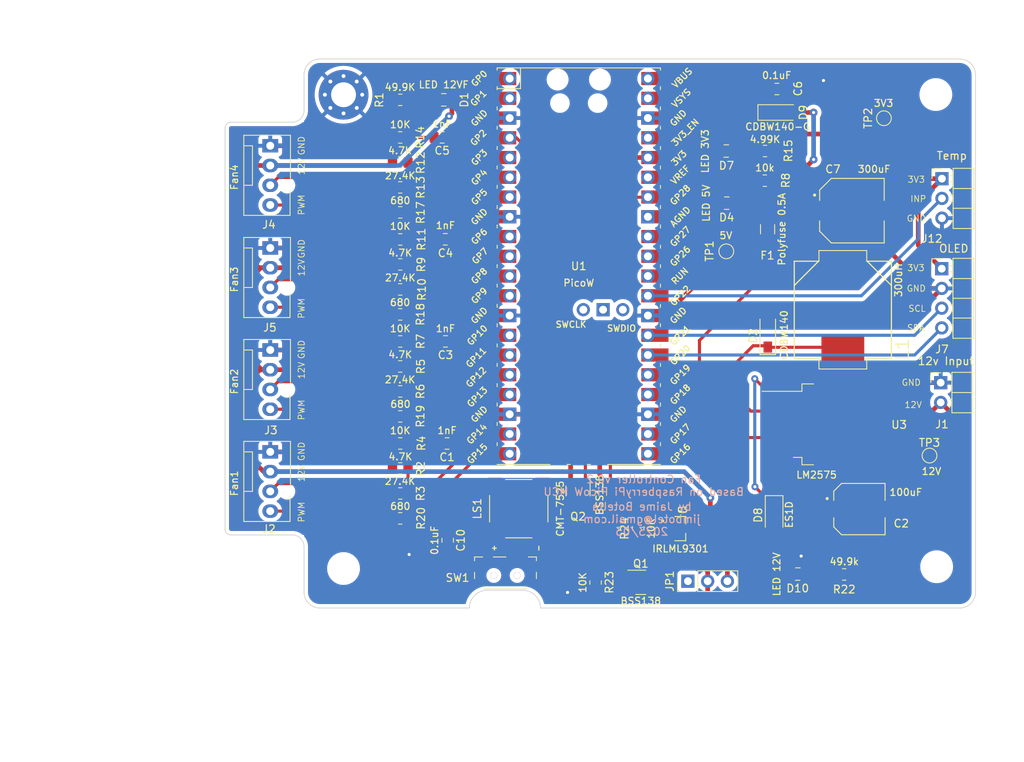
<source format=kicad_pcb>
(kicad_pcb (version 20211014) (generator pcbnew)
  (title_block (title "Raspberry pi pico w Fan Controller") (date "2022-10-31") (rev "v0.1") (company "Jaime Botella jimbotel@gmail.com"))
  (layers (0 "F.Cu" mixed) (31 "B.Cu" mixed) (34 "B.Paste" user) (35 "F.Paste" user) (36 "B.SilkS" user "B.Silkscreen") (37 "F.SilkS" user "F.Silkscreen") (38 "B.Mask" user) (39 "F.Mask" user) (44 "Edge.Cuts" user))
  (net 0 "")
  (net 3 "/TACHM1")
  (net 4 "GND")
  (net 5 "/12V")
  (net 6 "/TACHM2")
  (net 8 "/TACHM3")
  (net 10 "/TACHM4")
  (net 11 "/VSYS")
  (net 19 "/3V3")
  (net 20 "Net-(C7-Pad1)")
  (net 21 "/5V")
  (net 26 "/TACH1")
  (net 28 "/PWMO1")
  (net 30 "/TACH2")
  (net 31 "/PWMO2")
  (net 36 "/TACH4")
  (net 37 "/PWMO4")
  (net 38 "/TACH3")
  (net 39 "/PWMO3")
  (net 40 "/BUZZ")
  (net 41 "/SCL")
  (net 42 "/SDA")
  (net 43 "/RELC")
  (net 44 "Net-(C2-Pad1)")
  (net 45 "Net-(C10-Pad1)")
  (net 46 "/TEMPHUM")
  (net 47 "/PWM4")
  (net 48 "/PWM3")
  (net 49 "/PWM2")
  (net 50 "/PWM1")
  (net 51 "/12VF")
  (net 52 "Net-(D1-Pad2)")
  (net 53 "Net-(D4-Pad1)")
  (net 54 "Net-(LS1-PadN)")
  (net 55 "Net-(D2-Pad1)")
  (net 57 "Net-(Q1-Pad3)")
  (net 58 "Net-(D7-Pad2)")
  (net 59 "Net-(D10-Pad1)")
  (footprint "digikey-footprints:0805" (layer "F.Cu") (at 158.4484 52.9844)
    (fp_text reference "D7")
    (fp_text value "LED 3V3")
  )
  (footprint "Resistor_SMD:R_0805_2012Metric_Pad1.20x1.40mm_HandSolder" (layer "F.Cu") (at 116.513 97.024466)
    (fp_text reference "R3")
    (fp_text value "27.4K")
  )
  (footprint "Connector:FanPinHeader_1x04_P2.54mm_Vertical" (layer "F.Cu") (at 99.7918 65.454 -90)
    (fp_text reference "J5")
    (fp_text value "Fan3")
  )
  (footprint "MountingHole:MountingHole_3.2mm_M3" (layer "F.Cu") (at 185.4994 106.4514)
    (fp_text reference "H3" hide)
    (fp_text value "MountingHole" hide)
  )
  (footprint "Resistor_SMD:R_0805_2012Metric_Pad1.20x1.40mm_HandSolder" (layer "F.Cu") (at 163.4014 56.7944 180)
    (fp_text reference "R8")
    (fp_text value "10k")
  )
  (footprint "Resistor_SMD:R_0805_2012Metric_Pad1.20x1.40mm_HandSolder" (layer "F.Cu") (at 116.513 54.451133)
    (fp_text reference "R12")
    (fp_text value "4.7K")
  )
  (footprint "Resistor_SMD:R_0805_2012Metric_Pad1.20x1.40mm_HandSolder" (layer "F.Cu") (at 147.12 101.5238 90)
    (fp_text reference "R24")
    (fp_text value "10K")
  )
  (footprint "TestPoint:TestPoint_Pad_D1.5mm" (layer "F.Cu") (at 178.7176 48.768 -90)
    (fp_text reference "TP2")
    (fp_text value "3V3")
  )
  (footprint "digikey-footprints:0805" (layer "F.Cu") (at 167.6272 107.3912 180)
    (fp_text reference "D10")
    (fp_text value "LED 12V")
  )
  (footprint "Resistor_SMD:R_0805_2012Metric_Pad1.20x1.40mm_HandSolder" (layer "F.Cu") (at 116.513 87.1178)
    (fp_text reference "R19")
    (fp_text value "680")
  )
  (footprint "Capacitor_SMD:C_0805_2012Metric_Pad1.18x1.45mm_HandSolder" (layer "F.Cu") (at 122.3296 77.47)
    (fp_text reference "C3")
    (fp_text value "1nF")
  )
  (footprint "Resistor_SMD:R_0805_2012Metric_Pad1.20x1.40mm_HandSolder" (layer "F.Cu") (at 116.513 100.2378 180)
    (fp_text reference "R20")
    (fp_text value "680")
  )
  (footprint "Connector:FanPinHeader_1x04_P2.54mm_Vertical" (layer "F.Cu") (at 99.7918 52.3086 -90)
    (fp_text reference "J4")
    (fp_text value "Fan4")
  )
  (footprint "Resistor_SMD:R_0805_2012Metric_Pad1.20x1.40mm_HandSolder" (layer "F.Cu") (at 116.513 64.3578 180)
    (fp_text reference "R11")
    (fp_text value "10K")
  )
  (footprint "Resistor_SMD:R_0805_2012Metric_Pad1.20x1.40mm_HandSolder" (layer "F.Cu") (at 116.513 57.664466)
    (fp_text reference "R13")
    (fp_text value "27.4K")
  )
  (footprint "MountingHole:MountingHole_3.2mm_M3" (layer "F.Cu") (at 109.22 106.68)
    (fp_text reference "H2" hide)
    (fp_text value "MountingHole" hide)
  )
  (footprint "Package_TO_SOT_SMD:SOT-23" (layer "F.Cu") (at 147.4502 108.458)
    (fp_text reference "Q1")
    (fp_text value "BSS138")
  )
  (footprint "footprints descargados:EG1257" (layer "F.Cu") (at 130.046601 107.8738)
    (fp_text reference "SW1")
    (fp_text value "EG1257" hide)
  )
  (footprint "digikey-footprints:0805" (layer "F.Cu") (at 158.4992 59.69 180)
    (fp_text reference "D4")
    (fp_text value "LED 5V")
  )
  (footprint "Diode_SMD:D_SOD-123F" (layer "F.Cu") (at 165.0524 48.0314)
    (fp_text reference "D9")
    (fp_text value "CDBW140-G")
  )
  (footprint "Package_TO_SOT_SMD:SOT-23" (layer "F.Cu") (at 139.373 96.6978 -90)
    (fp_text reference "Q2")
    (fp_text value "BSS138")
  )
  (footprint "footprints descargados:IRLML9301TRPBF.SOT95P237X112-3N" (layer "F.Cu") (at 152.5302 101.5492)
    (fp_text reference "Q3")
    (fp_text value "IRLML9301")
  )
  (footprint "Diode_SMD:D_1206_3216Metric_Pad1.42x1.75mm_HandSolder" (layer "F.Cu") (at 164.5952 99.7712 -90)
    (fp_text reference "D8")
    (fp_text value "ES1D")
  )
  (footprint "Package_TO_SOT_SMD:TO-263-5_TabPin3" (layer "F.Cu") (at 171.123 88.138)
    (fp_text reference "U3")
    (fp_text value "LM2575")
  )
  (footprint "Resistor_SMD:R_0805_2012Metric_Pad1.20x1.40mm_HandSolder" (layer "F.Cu") (at 116.513 93.811133)
    (fp_text reference "R2")
    (fp_text value "4.7K")
  )
  (footprint "TestPoint:TestPoint_Pad_D1.5mm" (layer "F.Cu") (at 184.585 92.1512)
    (fp_text reference "TP3")
    (fp_text value "12V")
  )
  (footprint "footprints descargados:XDCR_CMT-7525-80-SMT-TR" (layer "F.Cu") (at 131.753 98.9838 90)
    (fp_text reference "LS1")
    (fp_text value "CMT-7525")
  )
  (footprint "Resistor_SMD:R_0805_2012Metric_Pad1.20x1.40mm_HandSolder" (layer "F.Cu") (at 116.513 90.5978 180)
    (fp_text reference "R4")
    (fp_text value "10K")
  )
  (footprint "Connector_PinHeader_2.54mm:PinHeader_1x03_P2.54mm_Vertical" (layer "F.Cu") (at 153.5104 108.3056 90)
    (fp_text reference "JP1")
    (fp_text value "Jumper_3_Bridged12" hide)
  )
  (footprint "Resistor_SMD:R_0805_2012Metric_Pad1.20x1.40mm_HandSolder" (layer "F.Cu") (at 141.6336 108.4834 -90)
    (fp_text reference "R23")
    (fp_text value "10K")
  )
  (footprint "Resistor_SMD:R_0805_2012Metric_Pad1.20x1.40mm_HandSolder" (layer "F.Cu") (at 116.513 70.784466)
    (fp_text reference "R10")
    (fp_text value "27.4K")
  )
  (footprint "Resistor_SMD:R_0805_2012Metric_Pad1.20x1.40mm_HandSolder" (layer "F.Cu") (at 173.6122 107.442 180)
    (fp_text reference "R22")
    (fp_text value "49.9k")
  )
  (footprint "Connector_PinHeader_2.54mm:PinHeader_1x04_P2.54mm_Horizontal" (layer "F.Cu") (at 186.1564 68.1174)
    (fp_text reference "J7")
    (fp_text value "OLED")
  )
  (footprint "footprints descargados:CAP_EEEHA1V101XP" (layer "F.Cu") (at 175.568 99.0346)
    (fp_text reference "C2")
    (fp_text value "100uF")
  )
  (footprint "Capacitor_SMD:C_0805_2012Metric_Pad1.18x1.45mm_HandSolder" (layer "F.Cu") (at 164.9547 45.0088)
    (fp_text reference "C6")
    (fp_text value "0.1uF")
  )
  (footprint "Connector:FanPinHeader_1x04_P2.54mm_Vertical" (layer "F.Cu") (at 99.7918 78.574 -90)
    (fp_text reference "J3")
    (fp_text value "Fan2")
  )
  (footprint "Capacitor_SMD:C_0805_2012Metric_Pad1.18x1.45mm_HandSolder" (layer "F.Cu") (at 121.8978 51.2318)
    (fp_text reference "C5")
    (fp_text value "1nF")
  )
  (footprint "MountingHole:MountingHole_3.2mm_M3_Pad_Via" (layer "F.Cu") (at 109.22 45.7454)
    (fp_text reference "H4" hide)
    (fp_text value "MountingHole_Pad" hide)
  )
  (footprint "MountingHole:MountingHole_3.2mm_M3" (layer "F.Cu") (at 185.3978 45.72)
    (fp_text reference "H1" hide)
    (fp_text value "MountingHole" hide)
  )
  (footprint "Resistor_SMD:R_0805_2012Metric_Pad1.20x1.40mm_HandSolder" (layer "F.Cu") (at 116.513 46.4058 180)
    (fp_text reference "R1")
    (fp_text value "49.9K")
  )
  (footprint "Resistor_SMD:R_0805_2012Metric_Pad1.20x1.40mm_HandSolder" (layer "F.Cu") (at 116.513 51.2378 180)
    (fp_text reference "R14")
    (fp_text value "10K")
  )
  (footprint "Resistor_SMD:R_0805_2012Metric_Pad1.20x1.40mm_HandSolder" (layer "F.Cu") (at 163.4268 52.9844)
    (fp_text reference "R15")
    (fp_text value "4.99K")
  )
  (footprint "Resistor_SMD:R_0805_2012Metric_Pad1.20x1.40mm_HandSolder" (layer "F.Cu") (at 116.513 60.8778)
    (fp_text reference "R17")
    (fp_text value "680")
  )
  (footprint "Resistor_SMD:R_0805_2012Metric_Pad1.20x1.40mm_HandSolder" (layer "F.Cu") (at 116.513 67.571133)
    (fp_text reference "R9")
    (fp_text value "4.7K")
  )
  (footprint "digikey-footprints:0805" (layer "F.Cu") (at 122.101 46.4058 180)
    (fp_text reference "D1")
    (fp_text value "LED 12VF")
  )
  (footprint "Resistor_SMD:R_0805_2012Metric_Pad1.20x1.40mm_HandSolder" (layer "F.Cu") (at 116.513 73.9978)
    (fp_text reference "R18")
    (fp_text value "680")
  )
  (footprint "Resistor_SMD:R_0805_2012Metric_Pad1.20x1.40mm_HandSolder" (layer "F.Cu") (at 116.513 83.904466)
    (fp_text reference "R6")
    (fp_text value "27.4K")
  )
  (footprint "Resistor_SMD:R_0805_2012Metric_Pad1.20x1.40mm_HandSolder" (layer "F.Cu") (at 116.513 80.691133)
    (fp_text reference "R5")
    (fp_text value "4.7K")
  )
  (footprint "RPi_Pico:RPi_PicoW_SMD_TH" (layer "F.Cu") (at 139.4746 67.7926)
    (fp_text reference "U1")
    (fp_text value "PicoW")
  )
  (footprint "Connector_PinHeader_2.54mm:PinHeader_1x03_P2.54mm_Horizontal" (layer "F.Cu") (at 186.182 56.54)
    (fp_text reference "J12")
    (fp_text value "Temp")
  )
  (footprint "Capacitor_SMD:C_0805_2012Metric_Pad1.18x1.45mm_HandSolder" (layer "F.Cu") (at 122.609 103.0478 -90)
    (fp_text reference "C10")
    (fp_text value "0.1uF")
  )
  (footprint "Connector_PinHeader_2.54mm:PinHeader_1x02_P2.54mm_Horizontal" (layer "F.Cu") (at 186.02 82.7786)
    (fp_text reference "J1")
    (fp_text value "12v Input")
  )
  (footprint "Resistor_SMD:R_0805_2012Metric_Pad1.20x1.40mm_HandSolder" (layer "F.Cu") (at 116.513 77.4778 180)
    (fp_text reference "R7")
    (fp_text value "10K")
  )
  (footprint "Capacitor_SMD:C_0805_2012Metric_Pad1.18x1.45mm_HandSolder" (layer "F.Cu") (at 122.5328 90.6018)
    (fp_text reference "C1")
    (fp_text value "1nF")
  )
  (footprint "Connector:FanPinHeader_1x04_P2.54mm_Vertical" (layer "F.Cu") (at 99.7918 91.6786 -90)
    (fp_text reference "J2")
    (fp_text value "Fan1")
  )
  (footprint "footprints descargados:DR127-331_INDM125125X800N" (layer "F.Cu") (at 173.4344 73.406 -90)
    (fp_text reference "L1")
    (fp_text value "300uH")
  )
  (footprint "TestPoint:TestPoint_Pad_D1.5mm" (layer "F.Cu") (at 158.4484 65.8876 -90)
    (fp_text reference "TP1")
    (fp_text value "5V")
  )
  (footprint "footprints descargados:CAP_EEEFT1V331AP" (layer "F.Cu") (at 174.6028 60.6552)
    (fp_text reference "C7")
    (fp_text value "300uF")
  )
  (footprint "Fuse:Fuse_1206_3216Metric_Pad1.42x1.75mm_HandSolder" (layer "F.Cu") (at 163.757 63.0428 90)
    (fp_text reference "F1")
    (fp_text value "Polyfuse 0.5A")
  )
  (footprint "Capacitor_SMD:C_0805_2012Metric_Pad1.18x1.45mm_HandSolder" (layer "F.Cu") (at 122.3042 64.3382)
    (fp_text reference "C4")
    (fp_text value "1nF")
  )
  (footprint "Diode_SMD:D_SOD-123F" (layer "F.Cu") (at 163.7824 76.6318 90)
    (fp_text reference "D2")
    (fp_text value "CDBW140")
  )
  (gr_line (start 134.547 111.76) (end 188.468 111.76) (layer "Edge.Cuts") (width 0.1))
  (gr_line (start 93.980158 101.6) (end 93.98 50.038) (layer "Edge.Cuts") (width 0.1))
  (gr_line (start 125.403 111.76) (end 106.172 111.76) (layer "Edge.Cuts") (width 0.1))
  (gr_line (start 127.689 109.474) (end 132.261 109.474) (layer "Edge.Cuts") (width 0.1))
  (gr_arc (start 102.616 102.362) (mid 103.693631 102.808369) (end 104.14 103.886) (layer "Edge.Cuts") (width 0.1))
  (gr_arc (start 104.14 43.18) (mid 104.735159 41.743159) (end 106.172 41.148) (layer "Edge.Cuts") (width 0.1))
  (gr_arc (start 132.261 109.474) (mid 133.877446 110.143554) (end 134.547 111.76) (layer "Edge.Cuts") (width 0.1))
  (gr_arc (start 104.14 47.752) (mid 103.693631 48.829631) (end 102.616 49.276) (layer "Edge.Cuts") (width 0.1))
  (gr_line (start 104.14 103.886) (end 104.14 109.728) (layer "Edge.Cuts") (width 0.1))
  (gr_line (start 190.5 109.728) (end 190.5 43.18) (layer "Edge.Cuts") (width 0.1))
  (gr_arc (start 93.98 50.038) (mid 94.203231 49.499073) (end 94.742158 49.275842) (layer "Edge.Cuts") (width 0.1))
  (gr_line (start 94.742158 102.362) (end 102.616 102.362) (layer "Edge.Cuts") (width 0.1))
  (gr_arc (start 106.172 111.76) (mid 104.735159 111.164841) (end 104.14 109.728) (layer "Edge.Cuts") (width 0.1))
  (gr_arc (start 190.5 109.728) (mid 189.904841 111.164841) (end 188.468 111.76) (layer "Edge.Cuts") (width 0.1))
  (gr_arc (start 125.403 111.76) (mid 126.072554 110.143554) (end 127.689 109.474) (layer "Edge.Cuts") (width 0.1))
  (gr_line (start 102.616 49.276) (end 94.742158 49.275842) (layer "Edge.Cuts") (width 0.1))
  (gr_line (start 104.14 43.18) (end 104.14 47.752) (layer "Edge.Cuts") (width 0.1))
  (gr_line (start 188.468 41.148) (end 106.172 41.148) (layer "Edge.Cuts") (width 0.1))
  (gr_arc (start 188.468 41.148) (mid 189.904841 41.743159) (end 190.5 43.18) (layer "Edge.Cuts") (width 0.1))
  (gr_arc (start 94.742158 102.362) (mid 94.203343 102.138815) (end 93.980158 101.6) (layer "Edge.Cuts") (width 0.1))
  (gr_text "by Jaime Botella\njimbotel@gmail.com\n2023/03" (at 147.574 100.33) (layer "B.SilkS") (effects (font (size 1 1)) (justify mirror)))
  (gr_text "Fan Controller v0.2\nBased on RaspberryPi PicoW MCU\n" (at 147.828 96.012) (layer "B.SilkS") (effects (font (size 1 1)) (justify mirror)))
  (gr_text "GND" (at 182.8798 70.6574) (layer "F.SilkS") (effects (font (size 0.8 0.8) (thickness 0.1))))
  (gr_text "PWM" (at 103.8098 86.2838 90) (layer "F.SilkS") (effects (font (size 0.8 0.8) (thickness 0.1))))
  (gr_text "GND" (at 103.8098 52.2986 90) (layer "F.SilkS") (effects (font (size 0.8 0.8) (thickness 0.1))))
  (gr_text "INP" (at 183.134 59.1412) (layer "F.SilkS") (effects (font (size 0.8 0.8) (thickness 0.1))))
  (gr_text "SCL" (at 182.9814 73.2482) (layer "F.SilkS") (effects (font (size 0.8 0.8) (thickness 0.1))))
  (gr_text "GND" (at 103.8098 65.5574 90) (layer "F.SilkS") (effects (font (size 0.8 0.8) (thickness 0.1))))
  (gr_text "PWM" (at 103.8098 99.4156 90) (layer "F.SilkS") (effects (font (size 0.8 0.8) (thickness 0.1))))
  (gr_text "12V" (at 103.8098 54.9656 90) (layer "F.SilkS") (effects (font (size 0.8 0.8) (thickness 0.1))))
  (gr_text "GND" (at 103.8098 91.6178 90) (layer "F.SilkS") (effects (font (size 0.8 0.8) (thickness 0.1))))
  (gr_text "GND" (at 103.8098 78.5114 90) (layer "F.SilkS") (effects (font (size 0.8 0.8) (thickness 0.1))))
  (gr_text "GND" (at 182.88 61.6558) (layer "F.SilkS") (effects (font (size 0.8 0.8) (thickness 0.1))))
  (gr_text "PWM" (at 103.8098 73.2282 90) (layer "F.SilkS") (effects (font (size 0.8 0.8) (thickness 0.1))))
  (gr_text "GND" (at 182.2354 82.7582) (layer "F.SilkS") (effects (font (size 0.8 0.8) (thickness 0.1))))
  (gr_text "12V" (at 103.8098 67.9958 90) (layer "F.SilkS") (effects (font (size 0.8 0.8) (thickness 0.1))))
  (gr_text "12V" (at 103.8098 94.4372 90) (layer "F.SilkS") (effects (font (size 0.8 0.8) (thickness 0.1))))
  (gr_text "12V" (at 182.4894 85.6284) (layer "F.SilkS") (effects (font (size 0.8 0.8) (thickness 0.1))))
  (gr_text "3V3" (at 182.829 68.0158) (layer "F.SilkS") (effects (font (size 0.8 0.8) (thickness 0.1))))
  (gr_text "PWM" (at 103.8098 59.9186 90) (layer "F.SilkS") (effects (font (size 0.8 0.8) (thickness 0.1))))
  (gr_text "3V3" (at 182.88 56.642) (layer "F.SilkS") (effects (font (size 0.8 0.8) (thickness 0.1))))
  (gr_text "12V" (at 103.8098 81.2038 90) (layer "F.SilkS") (effects (font (size 0.8 0.8) (thickness 0.1))))
  (gr_text "SDA" (at 182.829 75.7374) (layer "F.SilkS") (effects (font (size 0.8 0.8) (thickness 0.1))))
  (segment (start 127.2318 89.3572) (end 127.2572 89.3826) (width 0.4) (layer "F.Cu") (net 3))
  (segment (start 117.513 97.024466) (end 119.564534 97.024466) (width 0.4) (layer "F.Cu") (net 3))
  (segment (start 117.513 90.5978) (end 121.4913 90.5978) (width 0.4) (layer "F.Cu") (net 3))
  (segment (start 121.4913 90.5978) (end 121.4953 90.6018) (width 0.4) (layer "F.Cu") (net 3))
  (segment (start 123.3241 92.4306) (end 124.1584 92.4306) (width 0.4) (layer "F.Cu") (net 3))
  (segment (start 121.4953 90.6018) (end 123.3241 92.4306) (width 0.4) (layer "F.Cu") (net 3))
  (segment (start 119.564534 97.024466) (end 124.1584 92.4306) (width 0.4) (layer "F.Cu") (net 3))
  (segment (start 124.1584 92.4306) (end 127.2318 89.3572) (width 0.4) (layer "F.Cu") (net 3))
  (segment (start 127.2572 89.3826) (end 130.5846 89.3826) (width 0.4) (layer "F.Cu") (net 3))
  (segment (start 184.1954 70.6574) (end 178.1528 64.6148) (width 0.6) (layer "F.Cu") (net 4))
  (segment (start 150.5246 74.1426) (end 155.0956 69.5716) (width 0.6) (layer "F.Cu") (net 4))
  (segment (start 114.4422 52.3086) (end 115.513 51.2378) (width 0.6) (layer "F.Cu") (net 4))
  (segment (start 123.3671 77.47) (end 126.6945 74.1426) (width 0.6) (layer "F.Cu") (net 4))
  (segment (start 115.513 48.8282) (end 115.513 46.4058) (width 0.6) (layer "F.Cu") (net 4))
  (segment (start 157.4492 58.835) (end 161.3694 54.9148) (width 0.6) (layer "F.Cu") (net 4))
  (segment (start 186.1564 70.6574) (end 184.1954 70.6574) (width 0.6) (layer "F.Cu") (net 4))
  (segment (start 126.3608 104.0853) (end 127.7966 105.5211) (width 0.6) (layer "F.Cu") (net 4))
  (segment (start 123.3417 64.3382) (end 126.2373 61.4426) (width 0.6) (layer "F.Cu") (net 4))
  (segment (start 122.609 104.0853) (end 126.3608 104.0853) (width 0.6) (layer "F.Cu") (net 4))
  (segment (start 99.7918 91.6786) (end 114.4322 91.6786) (width 0.6) (layer "F.Cu") (net 4))
  (segment (start 171.098 91.538) (end 174.498 88.138) (width 0.6) (layer "F.Cu") (net 4))
  (segment (start 122.609 104.0853) (end 118.4473 104.0853) (width 0.6) (layer "F.Cu") (net 4))
  (segment (start 179.8574 82.7786) (end 174.498 88.138) (width 0.6) (layer "F.Cu") (net 4))
  (segment (start 157.4492 59.69) (end 157.4492 58.835) (width 0.6) (layer "F.Cu") (net 4))
  (segment (start 138.2968 109.4834) (end 138.0268 109.7534) (width 0.6) (layer "F.Cu") (net 4))
  (segment (start 122.9353 51.2318) (end 125.2506 48.9165) (width 0.6) (layer "F.Cu") (net 4))
  (segment (start 114.4168 78.574) (end 115.513 77.4778) (width 0.6) (layer "F.Cu") (net 4))
  (segment (start 99.7918 78.574) (end 114.4168 78.574) (width 0.6) (layer "F.Cu") (net 4))
  (segment (start 164.4268 53.483) (end 164.4268 52.9844) (width 0.6) (layer "F.Cu") (net 4))
  (segment (start 115.513 51.2378) (end 115.513 48.8282) (width 0.6) (layer "F.Cu") (net 4))
  (segment (start 166.5772 107.3912) (end 166.5772 106.5776) (width 0.6) (layer "F.Cu") (net 4))
  (segment (start 162.995 54.9148) (end 164.4268 53.483) (width 0.6) (layer "F.Cu") (net 4))
  (segment (start 114.4168 65.454) (end 115.513 64.3578) (width 0.6) (layer "F.Cu") (net 4))
  (segment (start 178.068 99.0346) (end 178.068 91.708) (width 0.6) (layer "F.Cu") (net 4))
  (segment (start 125.3522 48.7426) (end 130.5846 48.7426) (width 0.6) (layer "F.Cu") (net 4))
  (segment (start 167.0844 43.9166) (end 170.9452 43.9166) (width 0.6) (layer "F.Cu") (net 4))
  (segment (start 165.348 91.538) (end 171.098 91.538) (width 0.6) (layer "F.Cu") (net 4))
  (segment (start 165.9922 45.0088) (end 167.0844 43.9166) (width 0.6) (layer "F.Cu") (net 4))
  (segment (start 141.6336 109.4834) (end 146.4373 109.4834) (width 0.6) (layer "F.Cu") (net 4))
  (segment (start 165.348 88.138) (end 174.498 88.138) (width 0.6) (layer "F.Cu") (net 4))
  (segment (start 141.6336 109.4834) (end 138.2968 109.4834) (width 0.6) (layer "F.Cu") (net 4))
  (segment (start 161.3694 54.9148) (end 162.995 54.9148) (width 0.6) (layer "F.Cu") (net 4))
  (segment (start 132.5912 86.8426) (end 130.5846 86.8426) (width 0.6) (layer "F.Cu") (net 4))
  (segment (start 126.2373 61.4426) (end 130.5846 61.4426) (width 0.6) (layer "F.Cu") (net 4))
  (segment (start 123.5703 90.6018) (end 127.3295 86.8426) (width 0.6) (layer "F.Cu") (net 4))
  (segment (start 138.423 92.6744) (end 132.5912 86.8426) (width 0.6) (layer "F.Cu") (net 4))
  (segment (start 166.5772 106.5776) (end 168.075 105.0798) (width 0.6) (layer "F.Cu") (net 4))
  (segment (start 146.4373 109.4834) (end 146.5127 109.408) (width 0.6) (layer "F.Cu") (net 4))
  (segment (start 148.3646 74.1426) (end 150.5246 74.1426) (width 0.6) (layer "F.Cu") (net 4))
  (segment (start 163.7824 75.0638) (end 181.75 75.0638) (width 0.6) (layer "F.Cu") (net 4))
  (segment (start 155.0956 69.5716) (end 155.0956 62.0436) (width 0.6) (layer "F.Cu") (net 4))
  (segment (start 118.4473 104.0853) (end 117.656 104.8766) (width 0.6) (layer "F.Cu") (net 4))
  (segment (start 126.6945 74.1426) (end 130.5846 74.1426) (width 0.6) (layer "F.Cu") (net 4))
  (segment (start 114.4322 91.6786) (end 115.513 90.5978) (width 0.6) (layer "F.Cu") (net 4))
  (segment (start 155.0956 62.0436) (end 157.4492 59.69) (width 0.6) (layer "F.Cu") (net 4))
  (segment (start 125.2506 48.8442) (end 125.3522 48.7426) (width 0.6) (layer "F.Cu") (net 4))
  (segment (start 178.1528 64.6148) (end 178.1528 60.6552) (width 0.6) (layer "F.Cu") (net 4))
  (segment (start 186.02 82.7786) (end 179.8574 82.7786) (width 0.6) (layer "F.Cu") (net 4))
  (segment (start 127.3295 86.8426) (end 130.5846 86.8426) (width 0.6) (layer "F.Cu") (net 4))
  (segment (start 181.75 75.0638) (end 186.1564 70.6574) (width 0.6) (layer "F.Cu") (net 4))
  (segment (start 178.068 91.708) (end 174.498 88.138) (width 0.6) (layer "F.Cu") (net 4))
  (segment (start 125.2506 48.9165) (end 125.2506 48.8442) (width 0.6) (layer "F.Cu") (net 4))
  (segment (start 99.7918 65.454) (end 114.4168 65.454) (width 0.6) (layer "F.Cu") (net 4))
  (segment (start 138.423 95.7603) (end 138.423 92.6744) (width 0.6) (layer "F.Cu") (net 4))
  (segment (start 99.7918 52.3086) (end 114.4422 52.3086) (width 0.6) (layer "F.Cu") (net 4))
  (via (at 138.0268 109.7534) (size 1) (drill 0.4) (layers "F.Cu" "B.Cu") (net 4))
  (via (at 117.656 104.8766) (size 1) (drill 0.4) (layers "F.Cu" "B.Cu") (net 4))
  (via (at 170.9452 43.9166) (size 1) (drill 0.4) (layers "F.Cu" "B.Cu") (net 4))
  (via (at 168.075 105.0798) (size 1) (drill 0.4) (layers "F.Cu" "B.Cu") (net 4))
  (segment (start 156.6958 110.5916) (end 160.3534 110.5916) (width 0.6) (layer "F.Cu") (net 5))
  (segment (start 187.379 86.6776) (end 186.02 85.3186) (width 0.6) (layer "F.Cu") (net 5))
  (segment (start 156.0504 109.9462) (end 156.6958 110.5916) (width 0.6) (layer "F.Cu") (net 5))
  (segment (start 184.585 92.1512) (end 184.585 86.7536) (width 0.6) (layer "F.Cu") (net 5))
  (segment (start 164.5952 106.3498) (end 164.5952 101.2587) (width 0.6) (layer "F.Cu") (net 5))
  (segment (start 168.430982 101.2587) (end 174.6122 107.439918) (width 0.6) (layer "F.Cu") (net 5))
  (segment (start 147.12 102.5238) (end 151.4806 102.5238) (width 0.6) (layer "F.Cu") (net 5))
  (segment (start 174.6122 107.439918) (end 174.6122 107.442) (width 0.6) (layer "F.Cu") (net 5))
  (segment (start 164.5952 101.2587) (end 168.430982 101.2587) (width 0.6) (layer "F.Cu") (net 5))
  (segment (start 156.0504 108.3056) (end 156.0504 109.9462) (width 0.6) (layer "F.Cu") (net 5))
  (segment (start 151.4806 102.5238) (end 151.5052 102.4992) (width 0.6) (layer "F.Cu") (net 5))
  (segment (start 156.0504 107.0444) (end 156.0504 108.3056) (width 0.6) (layer "F.Cu") (net 5))
  (segment (start 178.6668 107.442) (end 187.379 98.7298) (width 0.6) (layer "F.Cu") (net 5))
  (segment (start 151.5052 102.4992) (end 156.0504 107.0444) (width 0.6) (layer "F.Cu") (net 5))
  (segment (start 174.6122 107.442) (end 178.6668 107.442) (width 0.6) (layer "F.Cu") (net 5))
  (segment (start 187.379 98.7298) (end 187.379 86.6776) (width 0.6) (layer "F.Cu") (net 5))
  (segment (start 184.585 86.7536) (end 186.02 85.3186) (width 0.6) (layer "F.Cu") (net 5))
  (segment (start 160.3534 110.5916) (end 164.5952 106.3498) (width 0.6) (layer "F.Cu") (net 5))
  (segment (start 121.2921 77.47) (end 123.0447 79.2226) (width 0.4) (layer "F.Cu") (net 6))
  (segment (start 121.2843 77.4778) (end 121.2921 77.47) (width 0.4) (layer "F.Cu") (net 6))
  (segment (start 123.0447 79.2226) (end 125.8856 79.2226) (width 0.4) (layer "F.Cu") (net 6))
  (segment (start 117.513 77.4778) (end 121.2843 77.4778) (width 0.4) (layer "F.Cu") (net 6))
  (segment (start 117.513 83.904466) (end 121.203734 83.904466) (width 0.4) (layer "F.Cu") (net 6))
  (segment (start 125.8856 79.2226) (end 130.5846 79.2226) (width 0.4) (layer "F.Cu") (net 6))
  (segment (start 121.203734 83.904466) (end 125.8856 79.2226) (width 0.4) (layer "F.Cu") (net 6))
  (segment (start 123.9552 66.5226) (end 130.5846 66.5226) (width 0.4) (layer "F.Cu") (net 8))
  (segment (start 121.2667 64.3382) (end 121.2667 65.4343) (width 0.4) (layer "F.Cu") (net 8))
  (segment (start 121.2471 64.3578) (end 121.2667 64.3382) (width 0.4) (layer "F.Cu") (net 8))
  (segment (start 117.513 64.3578) (end 121.2471 64.3578) (width 0.4) (layer "F.Cu") (net 8))
  (segment (start 122.355 66.5226) (end 123.9552 66.5226) (width 0.4) (layer "F.Cu") (net 8))
  (segment (start 119.693334 70.784466) (end 123.9552 66.5226) (width 0.4) (layer "F.Cu") (net 8))
  (segment (start 121.2667 65.4343) (end 122.355 66.5226) (width 0.4) (layer "F.Cu") (net 8))
  (segment (start 117.513 70.784466) (end 119.693334 70.784466) (width 0.4) (layer "F.Cu") (net 8))
  (segment (start 120.8603 51.2318) (end 120.8603 52.4803) (width 0.4) (layer "F.Cu") (net 10))
  (segment (start 120.8603 52.4803) (end 122.2026 53.8226) (width 0.4) (layer "F.Cu") (net 10))
  (segment (start 119.910134 57.664466) (end 123.752 53.8226) (width 0.4) (layer "F.Cu") (net 10))
  (segment (start 122.2026 53.8226) (end 123.752 53.8226) (width 0.4) (layer "F.Cu") (net 10))
  (segment (start 123.752 53.8226) (end 130.5846 53.8226) (width 0.4) (layer "F.Cu") (net 10))
  (segment (start 117.513 57.664466) (end 119.910134 57.664466) (width 0.4) (layer "F.Cu") (net 10))
  (segment (start 117.513 51.2378) (end 120.8543 51.2378) (width 0.4) (layer "F.Cu") (net 10))
  (segment (start 162.7234 46.2026) (end 148.3646 46.2026) (width 0.6) (layer "F.Cu") (net 11))
  (segment (start 163.6524 48.0314) (end 163.6524 45.2736) (width 0.6) (layer "F.Cu") (net 11))
  (segment (start 163.6524 45.2736) (end 163.9172 45.0088) (width 0.6) (layer "F.Cu") (net 11))
  (segment (start 163.9172 45.0088) (end 162.7234 46.2026) (width 0.6) (layer "F.Cu") (net 11))
  (segment (start 157.3984 52.9844) (end 154.359 52.9844) (width 0.6) (layer "F.Cu") (net 19))
  (segment (start 142.167 99.7712) (end 142.167 91.8718) (width 0.6) (layer "F.Cu") (net 19))
  (segment (start 142.0654 53.8226) (end 148.3646 53.8226) (width 0.6) (layer "F.Cu") (net 19))
  (segment (start 142.167 91.8718) (end 134.6994 84.4042) (width 0.6) (layer "F.Cu") (net 19))
  (segment (start 178.7176 50.8) (end 159.5828 50.8) (width 0.6) (layer "F.Cu") (net 19))
  (segment (start 136.523499 105.414701) (end 142.167 99.7712) (width 0.6) (layer "F.Cu") (net 19))
  (segment (start 154.359 52.9844) (end 153.5208 53.8226) (width 0.6) (layer "F.Cu") (net 19))
  (segment (start 132.296602 105.5211) (end 132.403001 105.414701) (width 0.6) (layer "F.Cu") (net 19))
  (segment (start 183.134 65.095) (end 183.134 59.588) (width 0.6) (layer "F.Cu") (net 19))
  (segment (start 186.182 56.54) (end 184.4576 56.54) (width 0.6) (layer "F.Cu") (net 19))
  (segment (start 184.4576 56.54) (end 178.7176 50.8) (width 0.6) (layer "F.Cu") (net 19))
  (segment (start 186.1564 68.1174) (end 183.134 65.095) (width 0.6) (layer "F.Cu") (net 19))
  (segment (start 134.6994 84.4042) (end 134.6994 61.1886) (width 0.6) (layer "F.Cu") (net 19))
  (segment (start 159.5828 50.8) (end 157.3984 52.9844) (width 0.6) (layer "F.Cu") (net 19))
  (segment (start 183.134 59.588) (end 186.182 56.54) (width 0.6) (layer "F.Cu") (net 19))
  (segment (start 153.5208 53.8226) (end 148.3646 53.8226) (width 0.6) (layer "F.Cu") (net 19))
  (segment (start 132.403001 105.414701) (end 136.523499 105.414701) (width 0.6) (layer "F.Cu") (net 19))
  (segment (start 134.6994 61.1886) (end 142.0654 53.8226) (width 0.6) (layer "F.Cu") (net 19))
  (segment (start 178.7176 48.768) (end 178.7176 50.8) (width 0.6) (layer "F.Cu") (net 19))
  (segment (start 167.6321 60.6552) (end 171.0528 60.6552) (width 0.4) (layer "F.Cu") (net 20))
  (segment (start 173.4344 63.0368) (end 171.0528 60.6552) (width 0.4) (layer "F.Cu") (net 20))
  (segment (start 154.994 77.343) (end 163.757 68.58) (width 0.4) (layer "F.Cu") (net 20))
  (segment (start 154.994 85.2678) (end 154.994 77.343) (width 0.4) (layer "F.Cu") (net 20))
  (segment (start 163.757 64.5303) (end 167.6321 60.6552) (width 0.4) (layer "F.Cu") (net 20))
  (segment (start 159.5642 89.838) (end 154.994 85.2678) (width 0.4) (layer "F.Cu") (net 20))
  (segment (start 165.348 89.838) (end 159.5642 89.838) (width 0.4) (layer "F.Cu") (net 20))
  (segment (start 173.4344 68.58) (end 173.4344 63.0368) (width 0.4) (layer "F.Cu") (net 20))
  (segment (start 163.757 68.58) (end 173.4344 68.58) (width 0.4) (layer "F.Cu") (net 20))
  (segment (start 164.4014 60.9109) (end 163.757 61.5553) (width 0.6) (layer "F.Cu") (net 21))
  (segment (start 162.7807 61.5553) (end 158.4484 65.8876) (width 0.6) (layer "F.Cu") (net 21))
  (segment (start 164.4014 56.7944) (end 164.4014 60.9109) (width 0.6) (layer "F.Cu") (net 21))
  (segment (start 166.4524 48.0314) (end 169.6752 48.0314) (width 0.6) (layer "F.Cu") (net 21))
  (segment (start 163.757 61.5553) (end 162.7807 61.5553) (width 0.6) (layer "F.Cu") (net 21))
  (segment (start 164.4014 56.7944) (end 166.9574 56.7944) (width 0.6) (layer "F.Cu") (net 21))
  (segment (start 166.9574 56.7944) (end 169.6752 54.0766) (width 0.6) (layer "F.Cu") (net 21))
  (via (at 169.6752 54.0766) (size 1) (drill 0.4) (layers "F.Cu" "B.Cu") (net 21))
  (via (at 169.6752 48.0314) (size 1) (drill 0.4) (layers "F.Cu" "B.Cu") (net 21))
  (segment (start 169.6752 48.0314) (end 169.6752 54.0766) (width 0.6) (layer "B.Cu") (net 21))
  (segment (start 100.791801 95.758599) (end 114.247133 95.758599) (width 0.4) (layer "F.Cu") (net 26))
  (segment (start 114.247133 95.758599) (end 115.513 97.024466) (width 0.4) (layer "F.Cu") (net 26))
  (segment (start 117.513 95.024466) (end 115.513 97.024466) (width 0.4) (layer "F.Cu") (net 26))
  (segment (start 99.7918 96.7586) (end 100.791801 95.758599) (width 0.4) (layer "F.Cu") (net 26))
  (segment (start 117.513 93.811133) (end 117.513 95.024466) (width 0.4) (layer "F.Cu") (net 26))
  (segment (start 99.7918 99.2986) (end 114.5738 99.2986) (width 0.4) (layer "F.Cu") (net 28))
  (segment (start 114.5738 99.2986) (end 115.513 100.2378) (width 0.4) (layer "F.Cu") (net 28))
  (segment (start 100.791801 82.653999) (end 114.262533 82.653999) (width 0.4) (layer "F.Cu") (net 30))
  (segment (start 117.513 81.904466) (end 117.513 80.691133) (width 0.4) (layer "F.Cu") (net 30))
  (segment (start 115.513 83.904466) (end 117.513 81.904466) (width 0.4) (layer "F.Cu") (net 30))
  (segment (start 99.7918 83.654) (end 100.791801 82.653999) (width 0.4) (layer "F.Cu") (net 30))
  (segment (start 114.262533 82.653999) (end 115.513 83.904466) (width 0.4) (layer "F.Cu") (net 30))
  (segment (start 114.5892 86.194) (end 115.513 87.1178) (width 0.4) (layer "F.Cu") (net 31))
  (segment (start 99.7918 86.194) (end 114.5892 86.194) (width 0.4) (layer "F.Cu") (net 31))
  (segment (start 100.791801 56.388599) (end 114.237133 56.388599) (width 0.4) (layer "F.Cu") (net 36))
  (segment (start 114.237133 56.388599) (end 115.513 57.664466) (width 0.4) (layer "F.Cu") (net 36))
  (segment (start 99.7918 57.3886) (end 100.791801 56.388599) (width 0.4) (layer "F.Cu") (net 36))
  (segment (start 117.513 55.664466) (end 115.513 57.664466) (width 0.4) (layer "F.Cu") (net 36))
  (segment (start 117.513 54.451133) (end 117.513 55.664466) (width 0.4) (layer "F.Cu") (net 36))
  (segment (start 114.5638 59.9286) (end 115.513 60.8778) (width 0.4) (layer "F.Cu") (net 37))
  (segment (start 99.7918 59.9286) (end 114.5638 59.9286) (width 0.4) (layer "F.Cu") (net 37))
  (segment (start 99.7918 70.534) (end 100.791801 69.533999) (width 0.4) (layer "F.Cu") (net 38))
  (segment (start 117.513 68.784466) (end 115.513 70.784466) (width 0.4) (layer "F.Cu") (net 38))
  (segment (start 100.791801 69.533999) (end 114.262533 69.533999) (width 0.4) (layer "F.Cu") (net 38))
  (segment (start 114.262533 69.533999) (end 115.513 70.784466) (width 0.4) (layer "F.Cu") (net 38))
  (segment (start 117.513 67.571133) (end 117.513 68.784466) (width 0.4) (layer "F.Cu") (net 38))
  (segment (start 99.7918 73.074) (end 114.5892 73.074) (width 0.4) (layer "F.Cu") (net 39))
  (segment (start 114.5892 73.074) (end 115.513 73.9978) (width 0.4) (layer "F.Cu") (net 39))
  (segment (start 140.323 92.1614) (end 133.3786 85.217) (width 0.4) (layer "F.Cu") (net 40))
  (segment (start 131.4482 51.2826) (end 130.5846 51.2826) (width 0.4) (layer "F.Cu") (net 40))
  (segment (start 140.323 95.7603) (end 140.323 92.1614) (width 0.4) (layer "F.Cu") (net 40))
  (segment (start 133.3786 85.217) (end 133.3786 53.213) (width 0.4) (layer "F.Cu") (net 40))
  (segment (start 133.3786 53.213) (end 131.4482 51.2826) (width 0.4) (layer "F.Cu") (net 40))
  (segment (start 182.6712 76.6826) (end 186.1564 73.1974) (width 0.4) (layer "B.Cu") (net 41))
  (segment (start 148.3646 76.6826) (end 182.6712 76.6826) (width 0.4) (layer "B.Cu") (net 41))
  (segment (start 148.3646 79.2226) (end 182.6712 79.2226) (width 0.4) (layer "B.Cu") (net 42))
  (segment (start 182.6712 79.2226) (end 186.1564 75.7374) (width 0.4) (layer "B.Cu") (net 42))
  (segment (start 140.3128 58.928) (end 136.1472 63.0936) (width 0.4) (layer "F.Cu") (net 43))
  (segment (start 136.1472 83.7184) (end 143.5386 91.1098) (width 0.4) (layer "F.Cu") (net 43))
  (segment (start 141.6336 107.4834) (end 146.4881 107.4834) (width 0.4) (layer "F.Cu") (net 43))
  (segment (start 141.6336 102.0064) (end 143.5386 100.1014) (width 0.4) (layer "F.Cu") (net 43))
  (segment (start 143.5386 91.1098) (end 143.5386 100.1014) (width 0.4) (layer "F.Cu") (net 43))
  (segment (start 146.4881 107.4834) (end 146.5127 107.508) (width 0.4) (layer "F.Cu") (net 43))
  (segment (start 148.3646 58.9026) (end 148.3392 58.928) (width 0.4) (layer "F.Cu") (net 43))
  (segment (start 148.3392 58.928) (end 140.3128 58.928) (width 0.4) (layer "F.Cu") (net 43))
  (segment (start 136.1472 63.0936) (end 136.1472 83.7184) (width 0.4) (layer "F.Cu") (net 43))
  (segment (start 141.6336 107.4834) (end 141.6336 102.0064) (width 0.4) (layer "F.Cu") (net 43))
  (segment (start 164.5952 98.2837) (end 164.2507 98.2837) (width 0.4) (layer "F.Cu") (net 44))
  (segment (start 165.3461 99.0346) (end 164.5952 98.2837) (width 0.4) (layer "F.Cu") (net 44))
  (segment (start 164.2507 98.2837) (end 162.1314 96.1644) (width 0.4) (layer "F.Cu") (net 44))
  (segment (start 173.068 99.0346) (end 165.3461 99.0346) (width 0.4) (layer "F.Cu") (net 44))
  (segment (start 165.348 84.738) (end 164.5734 84.738) (width 0.4) (layer "F.Cu") (net 44))
  (segment (start 164.5734 84.738) (end 162.106 82.2706) (width 0.4) (layer "F.Cu") (net 44))
  (via (at 162.1314 96.1644) (size 0.9) (drill 0.4) (layers "F.Cu" "B.Cu") (net 44))
  (via (at 162.106 82.2706) (size 0.9) (drill 0.4) (layers "F.Cu" "B.Cu") (net 44))
  (segment (start 162.106 96.139) (end 162.1314 96.1644) (width 0.4) (layer "B.Cu") (net 44))
  (segment (start 162.106 82.2706) (end 162.106 96.139) (width 0.4) (layer "B.Cu") (net 44))
  (segment (start 130.796602 105.5211) (end 130.796602 104.177402) (width 0.4) (layer "F.Cu") (net 45))
  (segment (start 122.6575 102.0588) (end 128.678 102.0588) (width 0.4) (layer "F.Cu") (net 45))
  (segment (start 130.796602 104.177402) (end 128.678 102.0588) (width 0.4) (layer "F.Cu") (net 45))
  (segment (start 122.609 102.0103) (end 122.6575 102.0588) (width 0.4) (layer "F.Cu") (net 45))
  (segment (start 175.822 71.6026) (end 183.1626 64.262) (width 0.4) (layer "B.Cu") (net 46))
  (segment (start 183.1626 62.0994) (end 183.1626 64.262) (width 0.4) (layer "B.Cu") (net 46))
  (segment (start 186.182 59.08) (end 183.1626 62.0994) (width 0.4) (layer "B.Cu") (net 46))
  (segment (start 148.3646 71.6026) (end 175.822 71.6026) (width 0.4) (layer "B.Cu") (net 46))
  (segment (start 117.513 60.8778) (end 118.3732 60.8778) (width 0.4) (layer "F.Cu") (net 47))
  (segment (start 118.3732 60.8778) (end 122.8884 56.3626) (width 0.4) (layer "F.Cu") (net 47))
  (segment (start 122.8884 56.3626) (end 130.5846 56.3626) (width 0.4) (layer "F.Cu") (net 47))
  (segment (start 124.641 69.0626) (end 130.5846 69.0626) (width 0.4) (layer "F.Cu") (net 48))
  (segment (start 117.513 73.9978) (end 119.655 73.9978) (width 0.4) (layer "F.Cu") (net 48))
  (segment (start 119.655 73.9978) (end 124.6156 69.0372) (width 0.4) (layer "F.Cu") (net 48))
  (segment (start 124.6156 69.0372) (end 124.641 69.0626) (width 0.4) (layer "F.Cu") (net 48))
  (segment (start 120.7844 87.1178) (end 126.1396 81.7626) (width 0.4) (layer "F.Cu") (net 49))
  (segment (start 117.513 87.1178) (end 120.7844 87.1178) (width 0.4) (layer "F.Cu") (net 49))
  (segment (start 126.1396 81.7626) (end 130.5846 81.7626) (width 0.4) (layer "F.Cu") (net 49))
  (segment (start 117.513 100.2378) (end 118.5102 100.2378) (width 0.4) (layer "F.Cu") (net 50))
  (segment (start 118.5102 100.2378) (end 126.8254 91.9226) (width 0.4) (layer "F.Cu") (net 50))
  (segment (start 126.8254 91.9226) (end 130.5846 91.9226) (width 0.4) (layer "F.Cu") (net 50))
  (segment (start 158.6262 104.0892) (end 158.5904 104.125) (width 0.6) (layer "F.Cu") (net 51))
  (segment (start 95.3262 71.247) (end 95.3262 77.7494) (width 0.6) (layer "F.Cu") (net 51))
  (segment (start 98.943 94.2186) (end 99.7918 94.2186) (width 0.6) (layer "F.Cu") (net 51))
  (segment (start 115.090133 81.114) (end 115.513 80.691133) (width 0.6) (layer "F.Cu") (net 51))
  (segment (start 115.105533 94.2186) (end 115.513 93.811133) (width 0.6) (layer "F.Cu") (net 51))
  (segment (start 153.5552 101.5492) (end 156.0862 101.5492) (width 0.6) (layer "F.Cu") (net 51))
  (segment (start 95.3262 84.2772) (end 95.3262 90.6018) (width 0.6) (layer "F.Cu") (net 51))
  (segment (start 98.3216 67.994) (end 99.7918 67.994) (width 0.6) (layer "F.Cu") (net 51))
  (segment (start 156.391 101.2444) (end 156.0862 101.5492) (width 0.6) (layer "F.Cu") (net 51))
  (segment (start 95.3262 77.7494) (end 98.6908 81.114) (width 0.6) (layer "F.Cu") (net 51))
  (segment (start 115.090133 67.994) (end 115.513 67.571133) (width 0.6) (layer "F.Cu") (net 51))
  (segment (start 156.0862 101.5492) (end 158.6262 104.0892) (width 0.6) (layer "F.Cu") (net 51))
  (segment (start 95.3262 64.9986) (end 98.3216 67.994) (width 0.6) (layer "F.Cu") (net 51))
  (segment (start 99.7918 81.114) (end 115.090133 81.114) (width 0.6) (layer "F.Cu") (net 51))
  (segment (start 115.115533 54.8486) (end 115.513 54.451133) (width 0.6) (layer "F.Cu") (net 51))
  (segment (start 98.1102 54.8486) (end 95.3262 57.6326) (width 0.6) (layer "F.Cu") (net 51))
  (segment (start 158.5904 104.125) (end 158.5904 108.3056) (width 0.6) (layer "F.Cu") (net 51))
  (segment (start 99.7918 54.8486) (end 98.1102 54.8486) (width 0.6) (layer "F.Cu") (net 51))
  (segment (start 99.7918 67.994) (end 115.090133 67.994) (width 0.6) (layer "F.Cu") (net 51))
  (segment (start 98.4894 81.114) (end 95.3262 84.2772) (width 0.6) (layer "F.Cu") (net 51))
  (segment (start 99.7918 81.114) (end 98.4894 81.114) (width 0.6) (layer "F.Cu") (net 51))
  (segment (start 95.3262 57.6326) (end 95.3262 64.9986) (width 0.6) (layer "F.Cu") (net 51))
  (segment (start 95.3262 90.6018) (end 98.943 94.2186) (width 0.6) (layer "F.Cu") (net 51))
  (segment (start 99.7918 94.2186) (end 115.105533 94.2186) (width 0.6) (layer "F.Cu") (net 51))
  (segment (start 123.151 48.1498) (end 122.7868 48.514) (width 0.6) (layer "F.Cu") (net 51))
  (segment (start 156.391 97.5868) (end 156.391 101.2444) (width 0.6) (layer "F.Cu") (net 51))
  (segment (start 123.151 46.4058) (end 123.151 48.1498) (width 0.6) (layer "F.Cu") (net 51))
  (segment (start 99.7918 67.994) (end 98.5792 67.994) (width 0.6) (layer "F.Cu") (net 51))
  (segment (start 98.5792 67.994) (end 95.3262 71.247) (width 0.6) (layer "F.Cu") (net 51))
  (segment (start 98.6908 81.114) (end 99.7918 81.114) (width 0.6) (layer "F.Cu") (net 51))
  (segment (start 99.7918 54.8486) (end 115.115533 54.8486) (width 0.6) (layer "F.Cu") (net 51))
  (via (at 156.391 97.5868) (size 1) (drill 0.4) (layers "F.Cu" "B.Cu") (net 51))
  (via (at 122.7868 48.514) (size 1) (drill 0.4) (layers "F.Cu" "B.Cu") (net 51))
  (segment (start 153.0228 94.2186) (end 99.7918 94.2186) (width 0.6) (layer "B.Cu") (net 51))
  (segment (start 116.4522 54.8486) (end 99.7918 54.8486) (width 0.6) (layer "B.Cu") (net 51))
  (segment (start 156.391 97.5868) (end 153.0228 94.2186) (width 0.6) (layer "B.Cu") (net 51))
  (segment (start 122.7868 48.514) (end 116.4522 54.8486) (width 0.6) (layer "B.Cu") (net 51))
  (segment (start 117.513 46.4058) (end 121.051 46.4058) (width 0.4) (layer "F.Cu") (net 52))
  (segment (start 159.5492 59.69) (end 159.5492 59.6466) (width 0.4) (layer "F.Cu") (net 53))
  (segment (start 159.5492 59.6466) (end 162.4014 56.7944) (width 0.4) (layer "F.Cu") (net 53))
  (segment (start 134.828 102.0588) (end 136.8314 102.0588) (width 0.4) (layer "F.Cu") (net 54))
  (segment (start 139.373 99.5172) (end 139.373 97.6353) (width 0.4) (layer "F.Cu") (net 54))
  (segment (start 136.8314 102.0588) (end 139.373 99.5172) (width 0.4) (layer "F.Cu") (net 54))
  (segment (start 163.7824 78.0318) (end 161.8998 78.0318) (width 0.4) (layer "F.Cu") (net 55))
  (segment (start 173.4344 78.232) (end 163.9826 78.232) (width 0.4) (layer "F.Cu") (net 55))
  (segment (start 159.6676 80.264) (end 159.6676 84.5058) (width 0.4) (layer "F.Cu") (net 55))
  (segment (start 159.6676 84.5058) (end 161.5998 86.438) (width 0.4) (layer "F.Cu") (net 55))
  (segment (start 161.8998 78.0318) (end 159.6676 80.264) (width 0.4) (layer "F.Cu") (net 55))
  (segment (start 163.9826 78.232) (end 163.7824 78.0318) (width 0.4) (layer "F.Cu") (net 55))
  (segment (start 161.5998 86.438) (end 165.348 86.438) (width 0.4) (layer "F.Cu") (net 55))
  (segment (start 144.3768 101.4222) (end 145.2752 100.5238) (width 0.4) (layer "F.Cu") (net 57))
  (segment (start 144.3768 103.5812) (end 144.3768 101.4222) (width 0.4) (layer "F.Cu") (net 57))
  (segment (start 147.12 100.5238) (end 151.4298 100.5238) (width 0.4) (layer "F.Cu") (net 57))
  (segment (start 148.3877 106.0681) (end 147.4756 105.156) (width 0.4) (layer "F.Cu") (net 57))
  (segment (start 145.9516 105.156) (end 144.3768 103.5812) (width 0.4) (layer "F.Cu") (net 57))
  (segment (start 148.3877 108.458) (end 148.3877 106.0681) (width 0.4) (layer "F.Cu") (net 57))
  (segment (start 145.2752 100.5238) (end 147.12 100.5238) (width 0.4) (layer "F.Cu") (net 57))
  (segment (start 151.4298 100.5238) (end 151.5052 100.5992) (width 0.4) (layer "F.Cu") (net 57))
  (segment (start 147.4756 105.156) (end 145.9516 105.156) (width 0.4) (layer "F.Cu") (net 57))
  (segment (start 159.4984 52.9844) (end 162.4268 52.9844) (width 0.4) (layer "F.Cu") (net 58))
  (segment (start 172.5614 107.3912) (end 172.6122 107.442) (width 0.4) (layer "F.Cu") (net 59))
  (segment (start 168.6772 107.3912) (end 172.5614 107.3912) (width 0.4) (layer "F.Cu") (net 59))
  (zone (net 4) (net_name "GND") (layer "B.Cu") (connect_pads (clearance 0.508)) (min_thickness 0.254) (fill yes (thermal_gap 0.508) (thermal_bridge_width 0.508))
    (polygon (pts (xy 190.5 111.76) (xy 104.14 111.76) (xy 104.14 102.362) (xy 93.98 102.362) (xy 93.98 49.276) (xy 98.2218 49.276) (xy 104.14 49.276) (xy 104.14 44.45) (xy 104.14 41.148) (xy 190.5 41.148)))
  )
)
</source>
